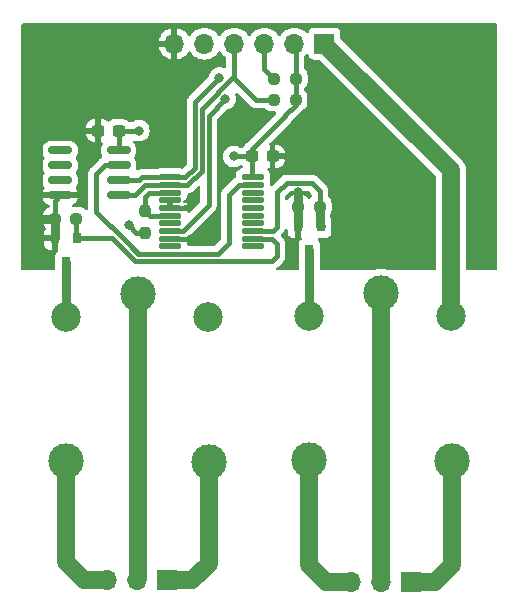
<source format=gtl>
G04 #@! TF.GenerationSoftware,KiCad,Pcbnew,7.0.11-2.fc39*
G04 #@! TF.CreationDate,2024-06-02T00:51:05+02:00*
G04 #@! TF.ProjectId,two_relays_extension,74776f5f-7265-46c6-9179-735f65787465,rev?*
G04 #@! TF.SameCoordinates,Original*
G04 #@! TF.FileFunction,Copper,L1,Top*
G04 #@! TF.FilePolarity,Positive*
%FSLAX46Y46*%
G04 Gerber Fmt 4.6, Leading zero omitted, Abs format (unit mm)*
G04 Created by KiCad (PCBNEW 7.0.11-2.fc39) date 2024-06-02 00:51:05*
%MOMM*%
%LPD*%
G01*
G04 APERTURE LIST*
G04 Aperture macros list*
%AMRoundRect*
0 Rectangle with rounded corners*
0 $1 Rounding radius*
0 $2 $3 $4 $5 $6 $7 $8 $9 X,Y pos of 4 corners*
0 Add a 4 corners polygon primitive as box body*
4,1,4,$2,$3,$4,$5,$6,$7,$8,$9,$2,$3,0*
0 Add four circle primitives for the rounded corners*
1,1,$1+$1,$2,$3*
1,1,$1+$1,$4,$5*
1,1,$1+$1,$6,$7*
1,1,$1+$1,$8,$9*
0 Add four rect primitives between the rounded corners*
20,1,$1+$1,$2,$3,$4,$5,0*
20,1,$1+$1,$4,$5,$6,$7,0*
20,1,$1+$1,$6,$7,$8,$9,0*
20,1,$1+$1,$8,$9,$2,$3,0*%
G04 Aperture macros list end*
G04 #@! TA.AperFunction,ComponentPad*
%ADD10R,1.700000X1.700000*%
G04 #@! TD*
G04 #@! TA.AperFunction,ComponentPad*
%ADD11O,1.700000X1.700000*%
G04 #@! TD*
G04 #@! TA.AperFunction,SMDPad,CuDef*
%ADD12R,0.800000X0.900000*%
G04 #@! TD*
G04 #@! TA.AperFunction,ComponentPad*
%ADD13C,3.000000*%
G04 #@! TD*
G04 #@! TA.AperFunction,ComponentPad*
%ADD14C,2.500000*%
G04 #@! TD*
G04 #@! TA.AperFunction,SMDPad,CuDef*
%ADD15RoundRect,0.237500X0.300000X0.237500X-0.300000X0.237500X-0.300000X-0.237500X0.300000X-0.237500X0*%
G04 #@! TD*
G04 #@! TA.AperFunction,SMDPad,CuDef*
%ADD16RoundRect,0.237500X0.250000X0.237500X-0.250000X0.237500X-0.250000X-0.237500X0.250000X-0.237500X0*%
G04 #@! TD*
G04 #@! TA.AperFunction,SMDPad,CuDef*
%ADD17RoundRect,0.237500X-0.237500X0.250000X-0.237500X-0.250000X0.237500X-0.250000X0.237500X0.250000X0*%
G04 #@! TD*
G04 #@! TA.AperFunction,SMDPad,CuDef*
%ADD18RoundRect,0.125000X-0.825000X-0.125000X0.825000X-0.125000X0.825000X0.125000X-0.825000X0.125000X0*%
G04 #@! TD*
G04 #@! TA.AperFunction,SMDPad,CuDef*
%ADD19RoundRect,0.237500X-0.300000X-0.237500X0.300000X-0.237500X0.300000X0.237500X-0.300000X0.237500X0*%
G04 #@! TD*
G04 #@! TA.AperFunction,SMDPad,CuDef*
%ADD20RoundRect,0.150000X-0.825000X-0.150000X0.825000X-0.150000X0.825000X0.150000X-0.825000X0.150000X0*%
G04 #@! TD*
G04 #@! TA.AperFunction,ViaPad*
%ADD21C,0.600000*%
G04 #@! TD*
G04 #@! TA.AperFunction,ViaPad*
%ADD22C,0.800000*%
G04 #@! TD*
G04 #@! TA.AperFunction,Conductor*
%ADD23C,1.524000*%
G04 #@! TD*
G04 #@! TA.AperFunction,Conductor*
%ADD24C,0.381000*%
G04 #@! TD*
G04 #@! TA.AperFunction,Conductor*
%ADD25C,0.762000*%
G04 #@! TD*
G04 APERTURE END LIST*
D10*
X152908000Y-59994800D03*
D11*
X150368000Y-59994800D03*
X147828000Y-59994800D03*
X145288000Y-59994800D03*
X142748000Y-59994800D03*
X140208000Y-59994800D03*
D10*
X160259000Y-105537000D03*
D11*
X157719000Y-105537000D03*
X155179000Y-105537000D03*
D12*
X152588000Y-75470000D03*
X150688000Y-75470000D03*
X151638000Y-77470000D03*
D13*
X137114000Y-81177000D03*
D14*
X131064000Y-83127000D03*
D13*
X131064000Y-95327000D03*
X143114000Y-95377000D03*
D14*
X143064000Y-83127000D03*
D15*
X135481400Y-67360800D03*
X133756400Y-67360800D03*
D16*
X152527000Y-73787000D03*
X150702000Y-73787000D03*
D17*
X137703800Y-74169900D03*
X137703800Y-75994900D03*
D12*
X131963200Y-76486000D03*
X130063200Y-76486000D03*
X131013200Y-78486000D03*
D16*
X150469600Y-64744600D03*
X148644600Y-64744600D03*
X131902200Y-74803000D03*
X130077200Y-74803000D03*
D10*
X139573000Y-105410000D03*
D11*
X137033000Y-105410000D03*
X134493000Y-105410000D03*
D18*
X139862800Y-71315200D03*
X139862800Y-71965200D03*
X139862800Y-72615200D03*
X139862800Y-73265200D03*
X139862800Y-73915200D03*
X139862800Y-74565200D03*
X139862800Y-75215200D03*
X139862800Y-75865200D03*
X139862800Y-76515200D03*
X139862800Y-77165200D03*
X146862800Y-77165200D03*
X146862800Y-76515200D03*
X146862800Y-75865200D03*
X146862800Y-75215200D03*
X146862800Y-74565200D03*
X146862800Y-73915200D03*
X146862800Y-73265200D03*
X146862800Y-72615200D03*
X146862800Y-71965200D03*
X146862800Y-71315200D03*
D19*
X146788800Y-69545200D03*
X148513800Y-69545200D03*
D20*
X130533600Y-69037200D03*
X130533600Y-70307200D03*
X130533600Y-71577200D03*
X130533600Y-72847200D03*
X135483600Y-72847200D03*
X135483600Y-71577200D03*
X135483600Y-70307200D03*
X135483600Y-69037200D03*
D16*
X150495000Y-62966600D03*
X148670000Y-62966600D03*
D13*
X157688000Y-81100000D03*
D14*
X151638000Y-83050000D03*
D13*
X151638000Y-95250000D03*
X163688000Y-95300000D03*
D14*
X163638000Y-83050000D03*
D21*
X127863600Y-76758800D03*
X127863600Y-70713600D03*
X153873200Y-76758800D03*
X153873200Y-70764400D03*
X160528000Y-76758800D03*
X160528000Y-70764400D03*
X166878000Y-76758800D03*
X166878000Y-70815200D03*
X166878000Y-64770000D03*
X160528000Y-64770000D03*
X153873200Y-64770000D03*
X140868400Y-64770000D03*
X134366000Y-64770000D03*
X127863600Y-64770000D03*
X134366000Y-58775600D03*
D22*
X128524000Y-74828400D03*
X149809200Y-69596000D03*
D21*
X166878000Y-58775600D03*
D22*
X141579600Y-76504800D03*
D21*
X127863600Y-58775600D03*
D22*
X141986000Y-73253600D03*
D21*
X160528000Y-58775600D03*
D22*
X150672800Y-72593200D03*
X144018000Y-62890400D03*
X144526000Y-64668400D03*
X136347200Y-75387200D03*
X145237200Y-69545200D03*
X137210800Y-67360800D03*
D23*
X152908000Y-59994800D02*
X163638000Y-70724800D01*
X163638000Y-70724800D02*
X163638000Y-83050000D01*
D24*
X139862800Y-71315200D02*
X141130400Y-71315200D01*
X141130400Y-71315200D02*
X141935200Y-70510400D01*
X141935200Y-70510400D02*
X141935200Y-64973200D01*
X141935200Y-64973200D02*
X144018000Y-62890400D01*
X139862800Y-71965200D02*
X141302058Y-71965200D01*
X141302058Y-71965200D02*
X142516200Y-70751058D01*
X142516200Y-70751058D02*
X142516200Y-65509800D01*
X142516200Y-65509800D02*
X145288000Y-62738000D01*
X150469600Y-64744600D02*
X150469600Y-65176400D01*
X150469600Y-65176400D02*
X149582800Y-66063200D01*
X149582800Y-66063200D02*
X149582800Y-66090800D01*
X149582800Y-66090800D02*
X146788800Y-68884800D01*
X146788800Y-68884800D02*
X146788800Y-69545200D01*
X148518400Y-75865200D02*
X148894800Y-75488800D01*
X151841200Y-71780400D02*
X152527000Y-72466200D01*
X148894800Y-72593200D02*
X149707600Y-71780400D01*
D25*
X152527000Y-73787000D02*
X152527000Y-75409000D01*
D24*
X152527000Y-72466200D02*
X152527000Y-73787000D01*
X146862800Y-75865200D02*
X148518400Y-75865200D01*
D25*
X152527000Y-75409000D02*
X152588000Y-75470000D01*
D24*
X149707600Y-71780400D02*
X151841200Y-71780400D01*
X148894800Y-75488800D02*
X148894800Y-72593200D01*
D25*
X130077200Y-74803000D02*
X128549400Y-74803000D01*
D24*
X141569200Y-76515200D02*
X141579600Y-76504800D01*
D25*
X130077200Y-74803000D02*
X130077200Y-76472000D01*
X150702000Y-72622400D02*
X150672800Y-72593200D01*
D24*
X148513800Y-69545200D02*
X149758400Y-69545200D01*
X139862800Y-76515200D02*
X141569200Y-76515200D01*
X149758400Y-69545200D02*
X149809200Y-69596000D01*
D25*
X150702000Y-75456000D02*
X150688000Y-75470000D01*
D24*
X130077200Y-74803000D02*
X130077200Y-73303600D01*
D25*
X130077200Y-76472000D02*
X130063200Y-76486000D01*
D24*
X139862800Y-73915200D02*
X141324400Y-73915200D01*
D25*
X150702000Y-73787000D02*
X150702000Y-75456000D01*
X150702000Y-73787000D02*
X150702000Y-72622400D01*
D24*
X128549400Y-74803000D02*
X128524000Y-74828400D01*
X130077200Y-73303600D02*
X130533600Y-72847200D01*
X141324400Y-73915200D02*
X141986000Y-73253600D01*
D25*
X151678000Y-83010000D02*
X151638000Y-83050000D01*
X151638000Y-77470000D02*
X151638000Y-83050000D01*
D24*
X148448000Y-76515200D02*
X146862800Y-76515200D01*
X138430000Y-78406600D02*
X148466200Y-78406600D01*
X138417500Y-78419100D02*
X138430000Y-78406600D01*
X148466200Y-78406600D02*
X148894800Y-77978000D01*
X148894800Y-76962000D02*
X148448000Y-76515200D01*
X134943600Y-76486000D02*
X136876700Y-78419100D01*
X131902200Y-74803000D02*
X131902200Y-76425000D01*
X136876700Y-78419100D02*
X138417500Y-78419100D01*
X131963200Y-76486000D02*
X134943600Y-76486000D01*
X131902200Y-76425000D02*
X131963200Y-76486000D01*
X148894800Y-77978000D02*
X148894800Y-76962000D01*
D25*
X131013200Y-78486000D02*
X131013200Y-83076200D01*
X131013200Y-83076200D02*
X131064000Y-83127000D01*
D24*
X137202800Y-71577200D02*
X137464800Y-71315200D01*
X137464800Y-71315200D02*
X139862800Y-71315200D01*
X135483600Y-71577200D02*
X137202800Y-71577200D01*
X147828000Y-62124600D02*
X148670000Y-62966600D01*
X147828000Y-60172600D02*
X147828000Y-62124600D01*
X136855200Y-72847200D02*
X135483600Y-72847200D01*
X148644600Y-64744600D02*
X147091400Y-64744600D01*
X139862800Y-71965200D02*
X137737200Y-71965200D01*
X145288000Y-60172600D02*
X145288000Y-62941200D01*
X137737200Y-71965200D02*
X136855200Y-72847200D01*
X147091400Y-64744600D02*
X145288000Y-62941200D01*
X137703800Y-72974200D02*
X137703800Y-74102200D01*
X138062800Y-72615200D02*
X139862800Y-72615200D01*
X138166800Y-74565200D02*
X139862800Y-74565200D01*
X137703800Y-74102200D02*
X138166800Y-74565200D01*
X137703800Y-72974200D02*
X138062800Y-72615200D01*
X143097200Y-73663290D02*
X143097200Y-69392800D01*
X140895290Y-75865200D02*
X143097200Y-73663290D01*
X139862800Y-75865200D02*
X140895290Y-75865200D01*
X143097200Y-66097200D02*
X144526000Y-64668400D01*
X143097200Y-69392800D02*
X143097200Y-66097200D01*
X136067800Y-76733400D02*
X133604000Y-74269600D01*
X137160000Y-77825600D02*
X136067800Y-76733400D01*
X137172500Y-77838100D02*
X136067800Y-76733400D01*
X133604000Y-71018400D02*
X134315200Y-70307200D01*
X144830800Y-76911200D02*
X143916400Y-77825600D01*
X144830800Y-72796400D02*
X144830800Y-76911200D01*
X143916400Y-77825600D02*
X137160000Y-77825600D01*
X134315200Y-70307200D02*
X135483600Y-70307200D01*
X133604000Y-74269600D02*
X133604000Y-71018400D01*
X145662000Y-71965200D02*
X144830800Y-72796400D01*
X146862800Y-71965200D02*
X145662000Y-71965200D01*
X150495000Y-62966600D02*
X150495000Y-60299600D01*
X150469600Y-64744600D02*
X150469600Y-62992000D01*
X135481400Y-67360800D02*
X137210800Y-67360800D01*
X135481400Y-67360800D02*
X135481400Y-69035000D01*
X136954900Y-75994900D02*
X136347200Y-75387200D01*
X146788800Y-71241200D02*
X146862800Y-71315200D01*
X146788800Y-69545200D02*
X145237200Y-69545200D01*
X137703800Y-75994900D02*
X136954900Y-75994900D01*
X150495000Y-60299600D02*
X150368000Y-60172600D01*
X150469600Y-62992000D02*
X150495000Y-62966600D01*
X146788800Y-69545200D02*
X146788800Y-71241200D01*
X135481400Y-69035000D02*
X135483600Y-69037200D01*
D23*
X137114000Y-81177000D02*
X137114000Y-105329000D01*
X137114000Y-105329000D02*
X137033000Y-105410000D01*
X134493000Y-105410000D02*
X132588000Y-105410000D01*
X132588000Y-105410000D02*
X131064000Y-103886000D01*
X131064000Y-103886000D02*
X131064000Y-95327000D01*
X143114000Y-104028000D02*
X141732000Y-105410000D01*
X143114000Y-95377000D02*
X143114000Y-104028000D01*
X141732000Y-105410000D02*
X139573000Y-105410000D01*
X157719000Y-81131000D02*
X157688000Y-81100000D01*
X157719000Y-105537000D02*
X157719000Y-81131000D01*
X153035000Y-105537000D02*
X151638000Y-104140000D01*
X151638000Y-104140000D02*
X151638000Y-95250000D01*
X155179000Y-105537000D02*
X153035000Y-105537000D01*
X162306000Y-105537000D02*
X163688000Y-104155000D01*
X160259000Y-105537000D02*
X162306000Y-105537000D01*
X163688000Y-104155000D02*
X163688000Y-95300000D01*
G04 #@! TA.AperFunction,Conductor*
G36*
X167463539Y-58305185D02*
G01*
X167509294Y-58357989D01*
X167520500Y-58409500D01*
X167520500Y-79073200D01*
X167500815Y-79140239D01*
X167448011Y-79185994D01*
X167396500Y-79197200D01*
X165024500Y-79197200D01*
X164957461Y-79177515D01*
X164911706Y-79124711D01*
X164900500Y-79073200D01*
X164900500Y-70802663D01*
X164901280Y-70788778D01*
X164905284Y-70753243D01*
X164902880Y-70717593D01*
X164900781Y-70686454D01*
X164900500Y-70678112D01*
X164900500Y-70668106D01*
X164900500Y-70668101D01*
X164896810Y-70627104D01*
X164896593Y-70624342D01*
X164889997Y-70526504D01*
X164888895Y-70522130D01*
X164885635Y-70502940D01*
X164885607Y-70502630D01*
X164885232Y-70498461D01*
X164859147Y-70403946D01*
X164858445Y-70401287D01*
X164834470Y-70306137D01*
X164832601Y-70302023D01*
X164825972Y-70283737D01*
X164824774Y-70279396D01*
X164813956Y-70256933D01*
X164782226Y-70191043D01*
X164781047Y-70188523D01*
X164740488Y-70099230D01*
X164740486Y-70099226D01*
X164737919Y-70095521D01*
X164728130Y-70078714D01*
X164726172Y-70074647D01*
X164668488Y-69995253D01*
X164666947Y-69993080D01*
X164611069Y-69912424D01*
X164607883Y-69909238D01*
X164595243Y-69894438D01*
X164592599Y-69890798D01*
X164592596Y-69890795D01*
X164521663Y-69822976D01*
X164519719Y-69821074D01*
X154294818Y-59596173D01*
X154261333Y-59534850D01*
X154258499Y-59508492D01*
X154258499Y-59096929D01*
X154258498Y-59096923D01*
X154252091Y-59037316D01*
X154201797Y-58902471D01*
X154201793Y-58902464D01*
X154115547Y-58787255D01*
X154115544Y-58787252D01*
X154000335Y-58701006D01*
X154000328Y-58701002D01*
X153865482Y-58650708D01*
X153865483Y-58650708D01*
X153805883Y-58644301D01*
X153805881Y-58644300D01*
X153805873Y-58644300D01*
X153805864Y-58644300D01*
X152010129Y-58644300D01*
X152010123Y-58644301D01*
X151950516Y-58650708D01*
X151815671Y-58701002D01*
X151815664Y-58701006D01*
X151700455Y-58787252D01*
X151700452Y-58787255D01*
X151614206Y-58902464D01*
X151614203Y-58902469D01*
X151565189Y-59033883D01*
X151523317Y-59089816D01*
X151457853Y-59114233D01*
X151389580Y-59099381D01*
X151361326Y-59078230D01*
X151239402Y-58956306D01*
X151239395Y-58956301D01*
X151045834Y-58820767D01*
X151045830Y-58820765D01*
X151045828Y-58820764D01*
X150831663Y-58720897D01*
X150831659Y-58720896D01*
X150831655Y-58720894D01*
X150603413Y-58659738D01*
X150603403Y-58659736D01*
X150368001Y-58639141D01*
X150367999Y-58639141D01*
X150132596Y-58659736D01*
X150132586Y-58659738D01*
X149904344Y-58720894D01*
X149904335Y-58720898D01*
X149690171Y-58820764D01*
X149690169Y-58820765D01*
X149496597Y-58956305D01*
X149329505Y-59123397D01*
X149199575Y-59308958D01*
X149144998Y-59352583D01*
X149075500Y-59359777D01*
X149013145Y-59328254D01*
X148996425Y-59308958D01*
X148866494Y-59123397D01*
X148699402Y-58956306D01*
X148699395Y-58956301D01*
X148505834Y-58820767D01*
X148505830Y-58820765D01*
X148505828Y-58820764D01*
X148291663Y-58720897D01*
X148291659Y-58720896D01*
X148291655Y-58720894D01*
X148063413Y-58659738D01*
X148063403Y-58659736D01*
X147828001Y-58639141D01*
X147827999Y-58639141D01*
X147592596Y-58659736D01*
X147592586Y-58659738D01*
X147364344Y-58720894D01*
X147364335Y-58720898D01*
X147150171Y-58820764D01*
X147150169Y-58820765D01*
X146956597Y-58956305D01*
X146789505Y-59123397D01*
X146659575Y-59308958D01*
X146604998Y-59352583D01*
X146535500Y-59359777D01*
X146473145Y-59328254D01*
X146456425Y-59308958D01*
X146326494Y-59123397D01*
X146159402Y-58956306D01*
X146159395Y-58956301D01*
X145965834Y-58820767D01*
X145965830Y-58820765D01*
X145965828Y-58820764D01*
X145751663Y-58720897D01*
X145751659Y-58720896D01*
X145751655Y-58720894D01*
X145523413Y-58659738D01*
X145523403Y-58659736D01*
X145288001Y-58639141D01*
X145287999Y-58639141D01*
X145052596Y-58659736D01*
X145052586Y-58659738D01*
X144824344Y-58720894D01*
X144824335Y-58720898D01*
X144610171Y-58820764D01*
X144610169Y-58820765D01*
X144416597Y-58956305D01*
X144249505Y-59123397D01*
X144119575Y-59308958D01*
X144064998Y-59352583D01*
X143995500Y-59359777D01*
X143933145Y-59328254D01*
X143916425Y-59308958D01*
X143786494Y-59123397D01*
X143619402Y-58956306D01*
X143619395Y-58956301D01*
X143425834Y-58820767D01*
X143425830Y-58820765D01*
X143425828Y-58820764D01*
X143211663Y-58720897D01*
X143211659Y-58720896D01*
X143211655Y-58720894D01*
X142983413Y-58659738D01*
X142983403Y-58659736D01*
X142748001Y-58639141D01*
X142747999Y-58639141D01*
X142512596Y-58659736D01*
X142512586Y-58659738D01*
X142284344Y-58720894D01*
X142284335Y-58720898D01*
X142070171Y-58820764D01*
X142070169Y-58820765D01*
X141876597Y-58956305D01*
X141709508Y-59123394D01*
X141579269Y-59309395D01*
X141524692Y-59353019D01*
X141455193Y-59360212D01*
X141392839Y-59328690D01*
X141376119Y-59309394D01*
X141246113Y-59123726D01*
X141246108Y-59123720D01*
X141079082Y-58956694D01*
X140885578Y-58821199D01*
X140671492Y-58721370D01*
X140671486Y-58721367D01*
X140458000Y-58664164D01*
X140458000Y-59559298D01*
X140350315Y-59510120D01*
X140243763Y-59494800D01*
X140172237Y-59494800D01*
X140065685Y-59510120D01*
X139958000Y-59559298D01*
X139958000Y-58664164D01*
X139957999Y-58664164D01*
X139744513Y-58721367D01*
X139744507Y-58721370D01*
X139530422Y-58821199D01*
X139530420Y-58821200D01*
X139336926Y-58956686D01*
X139336920Y-58956691D01*
X139169891Y-59123720D01*
X139169886Y-59123726D01*
X139034400Y-59317220D01*
X139034399Y-59317222D01*
X138934570Y-59531307D01*
X138934567Y-59531313D01*
X138877364Y-59744799D01*
X138877364Y-59744800D01*
X139774314Y-59744800D01*
X139748507Y-59784956D01*
X139708000Y-59922911D01*
X139708000Y-60066689D01*
X139748507Y-60204644D01*
X139774314Y-60244800D01*
X138877364Y-60244800D01*
X138934567Y-60458286D01*
X138934570Y-60458292D01*
X139034399Y-60672378D01*
X139169894Y-60865882D01*
X139336917Y-61032905D01*
X139530421Y-61168400D01*
X139744507Y-61268229D01*
X139744516Y-61268233D01*
X139958000Y-61325434D01*
X139958000Y-60430301D01*
X140065685Y-60479480D01*
X140172237Y-60494800D01*
X140243763Y-60494800D01*
X140350315Y-60479480D01*
X140458000Y-60430301D01*
X140458000Y-61325433D01*
X140671483Y-61268233D01*
X140671492Y-61268229D01*
X140885578Y-61168400D01*
X141079082Y-61032905D01*
X141246105Y-60865882D01*
X141376119Y-60680205D01*
X141430696Y-60636581D01*
X141500195Y-60629388D01*
X141562549Y-60660910D01*
X141579269Y-60680205D01*
X141709505Y-60866201D01*
X141876599Y-61033295D01*
X141973384Y-61101065D01*
X142070165Y-61168832D01*
X142070167Y-61168833D01*
X142070170Y-61168835D01*
X142284337Y-61268703D01*
X142512592Y-61329863D01*
X142689034Y-61345300D01*
X142747999Y-61350459D01*
X142748000Y-61350459D01*
X142748001Y-61350459D01*
X142806966Y-61345300D01*
X142983408Y-61329863D01*
X143211663Y-61268703D01*
X143425830Y-61168835D01*
X143619401Y-61033295D01*
X143786495Y-60866201D01*
X143916425Y-60680642D01*
X143971002Y-60637017D01*
X144040500Y-60629823D01*
X144102855Y-60661346D01*
X144119575Y-60680642D01*
X144249501Y-60866196D01*
X144249506Y-60866202D01*
X144416597Y-61033293D01*
X144416603Y-61033298D01*
X144544123Y-61122588D01*
X144587748Y-61177165D01*
X144597000Y-61224163D01*
X144597000Y-61971524D01*
X144577315Y-62038563D01*
X144524511Y-62084318D01*
X144455353Y-62094262D01*
X144422564Y-62084803D01*
X144297807Y-62029257D01*
X144297802Y-62029255D01*
X144152001Y-61998265D01*
X144112646Y-61989900D01*
X143923354Y-61989900D01*
X143890897Y-61996798D01*
X143738197Y-62029255D01*
X143738192Y-62029257D01*
X143565270Y-62106248D01*
X143565265Y-62106251D01*
X143412129Y-62217511D01*
X143285466Y-62358185D01*
X143190821Y-62522115D01*
X143190818Y-62522122D01*
X143135850Y-62691297D01*
X143132326Y-62702144D01*
X143125558Y-62766540D01*
X143098973Y-62831154D01*
X143089918Y-62841258D01*
X141464004Y-64467172D01*
X141458552Y-64472304D01*
X141414186Y-64511610D01*
X141414176Y-64511621D01*
X141380498Y-64560412D01*
X141376061Y-64566443D01*
X141339512Y-64613094D01*
X141339511Y-64613096D01*
X141335471Y-64622073D01*
X141324453Y-64641608D01*
X141318855Y-64649719D01*
X141297832Y-64705149D01*
X141294968Y-64712065D01*
X141270642Y-64766116D01*
X141268866Y-64775806D01*
X141262845Y-64797403D01*
X141259352Y-64806614D01*
X141259352Y-64806615D01*
X141252206Y-64865465D01*
X141251079Y-64872867D01*
X141240395Y-64931169D01*
X141240395Y-64931172D01*
X141243974Y-64990337D01*
X141244200Y-64997824D01*
X141244200Y-70172815D01*
X141224515Y-70239854D01*
X141207881Y-70260496D01*
X140926973Y-70541403D01*
X140865650Y-70574888D01*
X140804701Y-70572799D01*
X140786436Y-70567493D01*
X140786430Y-70567491D01*
X140786427Y-70567491D01*
X140786424Y-70567490D01*
X140786420Y-70567490D01*
X140750963Y-70564700D01*
X138974649Y-70564700D01*
X138974624Y-70564701D01*
X138939172Y-70567491D01*
X138787411Y-70611581D01*
X138781820Y-70614001D01*
X138732573Y-70624200D01*
X137489426Y-70624200D01*
X137481939Y-70623974D01*
X137422774Y-70620395D01*
X137422769Y-70620395D01*
X137364467Y-70631079D01*
X137357065Y-70632206D01*
X137298215Y-70639352D01*
X137298214Y-70639352D01*
X137289003Y-70642845D01*
X137267406Y-70648866D01*
X137257716Y-70650642D01*
X137220763Y-70667273D01*
X137203658Y-70674970D01*
X137196749Y-70677832D01*
X137141317Y-70698855D01*
X137134679Y-70702340D01*
X137133362Y-70699831D01*
X137079491Y-70717557D01*
X137011851Y-70700047D01*
X136964416Y-70648747D01*
X136952246Y-70579946D01*
X136955440Y-70563918D01*
X136956198Y-70559767D01*
X136956431Y-70556810D01*
X136959100Y-70522894D01*
X136959100Y-70091506D01*
X136956198Y-70054631D01*
X136938301Y-69993031D01*
X136915191Y-69913484D01*
X136910344Y-69896802D01*
X136826681Y-69755335D01*
X136826678Y-69755332D01*
X136821898Y-69749169D01*
X136824350Y-69747266D01*
X136797755Y-69698621D01*
X136802704Y-69628926D01*
X136823540Y-69596504D01*
X136821898Y-69595231D01*
X136826675Y-69589070D01*
X136826681Y-69589065D01*
X136910344Y-69447598D01*
X136956198Y-69289769D01*
X136959100Y-69252894D01*
X136959100Y-68821506D01*
X136956198Y-68784631D01*
X136949347Y-68761051D01*
X136910345Y-68626806D01*
X136910344Y-68626803D01*
X136910344Y-68626802D01*
X136826681Y-68485335D01*
X136826679Y-68485333D01*
X136826676Y-68485329D01*
X136741275Y-68399928D01*
X136707790Y-68338605D01*
X136712774Y-68268913D01*
X136754646Y-68212980D01*
X136820110Y-68188563D01*
X136879392Y-68198968D01*
X136909487Y-68212367D01*
X136930997Y-68221944D01*
X137116154Y-68261300D01*
X137116155Y-68261300D01*
X137305444Y-68261300D01*
X137305446Y-68261300D01*
X137490603Y-68221944D01*
X137663530Y-68144951D01*
X137816671Y-68033688D01*
X137943333Y-67893016D01*
X138037979Y-67729084D01*
X138096474Y-67549056D01*
X138116260Y-67360800D01*
X138096474Y-67172544D01*
X138037979Y-66992516D01*
X137943333Y-66828584D01*
X137816671Y-66687912D01*
X137791464Y-66669598D01*
X137663534Y-66576651D01*
X137663529Y-66576648D01*
X137490607Y-66499657D01*
X137490602Y-66499655D01*
X137344801Y-66468665D01*
X137305446Y-66460300D01*
X137116154Y-66460300D01*
X137083697Y-66467198D01*
X136930997Y-66499655D01*
X136930992Y-66499657D01*
X136758070Y-66576648D01*
X136758065Y-66576651D01*
X136662453Y-66646118D01*
X136596647Y-66669598D01*
X136589568Y-66669800D01*
X136422952Y-66669800D01*
X136355913Y-66650115D01*
X136335271Y-66633481D01*
X136242251Y-66540461D01*
X136242250Y-66540460D01*
X136097060Y-66450906D01*
X136095418Y-66449893D01*
X136095413Y-66449891D01*
X136049823Y-66434784D01*
X135931653Y-66395626D01*
X135931651Y-66395625D01*
X135830578Y-66385300D01*
X135132230Y-66385300D01*
X135132212Y-66385301D01*
X135031147Y-66395625D01*
X134867384Y-66449892D01*
X134867381Y-66449893D01*
X134720548Y-66540461D01*
X134706225Y-66554784D01*
X134644901Y-66588268D01*
X134575209Y-66583282D01*
X134530865Y-66554782D01*
X134516938Y-66540855D01*
X134516934Y-66540852D01*
X134370211Y-66450351D01*
X134370200Y-66450346D01*
X134206552Y-66396119D01*
X134105554Y-66385800D01*
X134006400Y-66385800D01*
X134006400Y-68335799D01*
X134011559Y-68335799D01*
X134078598Y-68355484D01*
X134124353Y-68408288D01*
X134134297Y-68477446D01*
X134118291Y-68522920D01*
X134056855Y-68626803D01*
X134056854Y-68626806D01*
X134011002Y-68784626D01*
X134011001Y-68784632D01*
X134008100Y-68821498D01*
X134008100Y-69252901D01*
X134011001Y-69289767D01*
X134011002Y-69289773D01*
X134056854Y-69447593D01*
X134056854Y-69447594D01*
X134087430Y-69499296D01*
X134104611Y-69567020D01*
X134082451Y-69633282D01*
X134027985Y-69677045D01*
X134024672Y-69678356D01*
X133991720Y-69690854D01*
X133983608Y-69696453D01*
X133964073Y-69707471D01*
X133955096Y-69711511D01*
X133955095Y-69711512D01*
X133908437Y-69748065D01*
X133902408Y-69752501D01*
X133853618Y-69786179D01*
X133853610Y-69786186D01*
X133814297Y-69830560D01*
X133809165Y-69836012D01*
X133132804Y-70512372D01*
X133127352Y-70517504D01*
X133082986Y-70556810D01*
X133082976Y-70556821D01*
X133049298Y-70605612D01*
X133044861Y-70611643D01*
X133008312Y-70658294D01*
X133008311Y-70658296D01*
X133004271Y-70667273D01*
X132993253Y-70686808D01*
X132987655Y-70694919D01*
X132966632Y-70750349D01*
X132963768Y-70757265D01*
X132939442Y-70811316D01*
X132937666Y-70821006D01*
X132931645Y-70842603D01*
X132928152Y-70851814D01*
X132928152Y-70851815D01*
X132921006Y-70910665D01*
X132919879Y-70918067D01*
X132909195Y-70976369D01*
X132909195Y-70976372D01*
X132912774Y-71035537D01*
X132913000Y-71043024D01*
X132913000Y-73983248D01*
X132893315Y-74050287D01*
X132840511Y-74096042D01*
X132771353Y-74105986D01*
X132707797Y-74076961D01*
X132701319Y-74070929D01*
X132613051Y-73982661D01*
X132613050Y-73982660D01*
X132472442Y-73895932D01*
X132466218Y-73892093D01*
X132466213Y-73892091D01*
X132456601Y-73888906D01*
X132302453Y-73837826D01*
X132302451Y-73837825D01*
X132201384Y-73827500D01*
X131684815Y-73827500D01*
X131617776Y-73807815D01*
X131572021Y-73755011D01*
X131562077Y-73685853D01*
X131591102Y-73622297D01*
X131621695Y-73596768D01*
X131760150Y-73514887D01*
X131760161Y-73514878D01*
X131876278Y-73398761D01*
X131876285Y-73398752D01*
X131959881Y-73257398D01*
X132005700Y-73099686D01*
X132005895Y-73097201D01*
X132005895Y-73097200D01*
X129061305Y-73097200D01*
X129061304Y-73097201D01*
X129061499Y-73099686D01*
X129107318Y-73257398D01*
X129190914Y-73398752D01*
X129190921Y-73398761D01*
X129307038Y-73514878D01*
X129307047Y-73514885D01*
X129448402Y-73598481D01*
X129572794Y-73634620D01*
X129631680Y-73672226D01*
X129660887Y-73735699D01*
X129651141Y-73804885D01*
X129605538Y-73857820D01*
X129577205Y-73871403D01*
X129513397Y-73892547D01*
X129513388Y-73892551D01*
X129366665Y-73983052D01*
X129366661Y-73983055D01*
X129244755Y-74104961D01*
X129244752Y-74104965D01*
X129154251Y-74251688D01*
X129154246Y-74251699D01*
X129100019Y-74415347D01*
X129089700Y-74516345D01*
X129089700Y-74553000D01*
X130203200Y-74553000D01*
X130270239Y-74572685D01*
X130315994Y-74625489D01*
X130327200Y-74677000D01*
X130327200Y-75755638D01*
X130313200Y-75803316D01*
X130313200Y-77436000D01*
X130326030Y-77448830D01*
X130359515Y-77510153D01*
X130354531Y-77579845D01*
X130312662Y-77635776D01*
X130255654Y-77678453D01*
X130255652Y-77678455D01*
X130169406Y-77793664D01*
X130169402Y-77793671D01*
X130119108Y-77928517D01*
X130112701Y-77988116D01*
X130112701Y-77988123D01*
X130112700Y-77988135D01*
X130112700Y-78983870D01*
X130112701Y-78983876D01*
X130119109Y-79043484D01*
X130119392Y-79044682D01*
X130119340Y-79045639D01*
X130119938Y-79051196D01*
X130119037Y-79051292D01*
X130115653Y-79114452D01*
X130074787Y-79171124D01*
X130009769Y-79196706D01*
X129998716Y-79197200D01*
X127370500Y-79197200D01*
X127303461Y-79177515D01*
X127257706Y-79124711D01*
X127246500Y-79073200D01*
X127246500Y-76736000D01*
X129163200Y-76736000D01*
X129163200Y-76983844D01*
X129169601Y-77043372D01*
X129169603Y-77043379D01*
X129219845Y-77178086D01*
X129219849Y-77178093D01*
X129306009Y-77293187D01*
X129306012Y-77293190D01*
X129421106Y-77379350D01*
X129421113Y-77379354D01*
X129555820Y-77429596D01*
X129555827Y-77429598D01*
X129615355Y-77435999D01*
X129615372Y-77436000D01*
X129813200Y-77436000D01*
X129813200Y-76736000D01*
X129163200Y-76736000D01*
X127246500Y-76736000D01*
X127246500Y-75053000D01*
X129089701Y-75053000D01*
X129089701Y-75089654D01*
X129100019Y-75190652D01*
X129154246Y-75354300D01*
X129154251Y-75354311D01*
X129244752Y-75501034D01*
X129244755Y-75501038D01*
X129279916Y-75536199D01*
X129313401Y-75597522D01*
X129308417Y-75667214D01*
X129291502Y-75698190D01*
X129219849Y-75793907D01*
X129219845Y-75793913D01*
X129169603Y-75928620D01*
X129169601Y-75928627D01*
X129163200Y-75988155D01*
X129163200Y-76236000D01*
X129813200Y-76236000D01*
X129813200Y-75558362D01*
X129827200Y-75510683D01*
X129827200Y-75053000D01*
X129089701Y-75053000D01*
X127246500Y-75053000D01*
X127246500Y-71792901D01*
X129058100Y-71792901D01*
X129061001Y-71829767D01*
X129061002Y-71829773D01*
X129106854Y-71987593D01*
X129106855Y-71987596D01*
X129190517Y-72129062D01*
X129195302Y-72135231D01*
X129192969Y-72137040D01*
X129219810Y-72186195D01*
X129214826Y-72255887D01*
X129194070Y-72288221D01*
X129195697Y-72289483D01*
X129190913Y-72295649D01*
X129107318Y-72437001D01*
X129061499Y-72594713D01*
X129061304Y-72597198D01*
X129061305Y-72597200D01*
X132005895Y-72597200D01*
X132005895Y-72597198D01*
X132005700Y-72594713D01*
X131959881Y-72437001D01*
X131876285Y-72295647D01*
X131871500Y-72289478D01*
X131873966Y-72287564D01*
X131847402Y-72238976D01*
X131852349Y-72169282D01*
X131873456Y-72136432D01*
X131871901Y-72135226D01*
X131876677Y-72129068D01*
X131876681Y-72129065D01*
X131960344Y-71987598D01*
X132006198Y-71829769D01*
X132009100Y-71792894D01*
X132009100Y-71361506D01*
X132006198Y-71324631D01*
X132001718Y-71309212D01*
X131964373Y-71180671D01*
X131960344Y-71166802D01*
X131876681Y-71025335D01*
X131876678Y-71025332D01*
X131871898Y-71019169D01*
X131874350Y-71017266D01*
X131847755Y-70968621D01*
X131852704Y-70898926D01*
X131873540Y-70866504D01*
X131871898Y-70865231D01*
X131876675Y-70859070D01*
X131876681Y-70859065D01*
X131960344Y-70717598D01*
X132000336Y-70579946D01*
X132006197Y-70559773D01*
X132006198Y-70559767D01*
X132006431Y-70556810D01*
X132009100Y-70522894D01*
X132009100Y-70091506D01*
X132006198Y-70054631D01*
X131988301Y-69993031D01*
X131965191Y-69913484D01*
X131960344Y-69896802D01*
X131876681Y-69755335D01*
X131876678Y-69755332D01*
X131871898Y-69749169D01*
X131874350Y-69747266D01*
X131847755Y-69698621D01*
X131852704Y-69628926D01*
X131873540Y-69596504D01*
X131871898Y-69595231D01*
X131876675Y-69589070D01*
X131876681Y-69589065D01*
X131960344Y-69447598D01*
X132006198Y-69289769D01*
X132009100Y-69252894D01*
X132009100Y-68821506D01*
X132006198Y-68784631D01*
X131999347Y-68761051D01*
X131960345Y-68626806D01*
X131960344Y-68626803D01*
X131960344Y-68626802D01*
X131876681Y-68485335D01*
X131876679Y-68485333D01*
X131876676Y-68485329D01*
X131760470Y-68369123D01*
X131760462Y-68369117D01*
X131618996Y-68285455D01*
X131618993Y-68285454D01*
X131461173Y-68239602D01*
X131461167Y-68239601D01*
X131424301Y-68236700D01*
X131424294Y-68236700D01*
X129642906Y-68236700D01*
X129642898Y-68236700D01*
X129606032Y-68239601D01*
X129606026Y-68239602D01*
X129448206Y-68285454D01*
X129448203Y-68285455D01*
X129306737Y-68369117D01*
X129306729Y-68369123D01*
X129190523Y-68485329D01*
X129190517Y-68485337D01*
X129106855Y-68626803D01*
X129106854Y-68626806D01*
X129061002Y-68784626D01*
X129061001Y-68784632D01*
X129058100Y-68821498D01*
X129058100Y-69252901D01*
X129061001Y-69289767D01*
X129061002Y-69289773D01*
X129106854Y-69447593D01*
X129106855Y-69447596D01*
X129190517Y-69589062D01*
X129195302Y-69595231D01*
X129192856Y-69597127D01*
X129219457Y-69645842D01*
X129214473Y-69715534D01*
X129193669Y-69747903D01*
X129195302Y-69749169D01*
X129190517Y-69755337D01*
X129106855Y-69896803D01*
X129106854Y-69896806D01*
X129061002Y-70054626D01*
X129061001Y-70054632D01*
X129058100Y-70091498D01*
X129058100Y-70522901D01*
X129061001Y-70559767D01*
X129061002Y-70559773D01*
X129106854Y-70717593D01*
X129106855Y-70717596D01*
X129190517Y-70859062D01*
X129195302Y-70865231D01*
X129192856Y-70867127D01*
X129219457Y-70915842D01*
X129214473Y-70985534D01*
X129193669Y-71017903D01*
X129195302Y-71019169D01*
X129190517Y-71025337D01*
X129106855Y-71166803D01*
X129106854Y-71166806D01*
X129061002Y-71324626D01*
X129061001Y-71324632D01*
X129058100Y-71361498D01*
X129058100Y-71792901D01*
X127246500Y-71792901D01*
X127246500Y-67610800D01*
X132718901Y-67610800D01*
X132718901Y-67647454D01*
X132729219Y-67748452D01*
X132783446Y-67912100D01*
X132783451Y-67912111D01*
X132873952Y-68058834D01*
X132873955Y-68058838D01*
X132995861Y-68180744D01*
X132995865Y-68180747D01*
X133142588Y-68271248D01*
X133142599Y-68271253D01*
X133306247Y-68325480D01*
X133407251Y-68335799D01*
X133506400Y-68335798D01*
X133506400Y-67610800D01*
X132718901Y-67610800D01*
X127246500Y-67610800D01*
X127246500Y-67110800D01*
X132718900Y-67110800D01*
X133506400Y-67110800D01*
X133506400Y-66385799D01*
X133407260Y-66385800D01*
X133407244Y-66385801D01*
X133306247Y-66396119D01*
X133142599Y-66450346D01*
X133142588Y-66450351D01*
X132995865Y-66540852D01*
X132995861Y-66540855D01*
X132873955Y-66662761D01*
X132873952Y-66662765D01*
X132783451Y-66809488D01*
X132783446Y-66809499D01*
X132729219Y-66973147D01*
X132718900Y-67074145D01*
X132718900Y-67110800D01*
X127246500Y-67110800D01*
X127246500Y-58409500D01*
X127266185Y-58342461D01*
X127318989Y-58296706D01*
X127370500Y-58285500D01*
X167396500Y-58285500D01*
X167463539Y-58305185D01*
G37*
G04 #@! TD.AperFunction*
G04 #@! TA.AperFunction,Conductor*
G36*
X151570655Y-72491085D02*
G01*
X151591297Y-72507719D01*
X151799681Y-72716102D01*
X151833166Y-72777425D01*
X151836000Y-72803783D01*
X151836000Y-72895447D01*
X151816315Y-72962486D01*
X151799681Y-72983128D01*
X151701827Y-73080982D01*
X151640504Y-73114467D01*
X151570812Y-73109483D01*
X151526465Y-73080982D01*
X151412538Y-72967055D01*
X151412534Y-72967052D01*
X151265811Y-72876551D01*
X151265800Y-72876546D01*
X151102152Y-72822319D01*
X151001154Y-72812000D01*
X150952000Y-72812000D01*
X150952000Y-74739638D01*
X150938000Y-74787316D01*
X150938000Y-76420000D01*
X150950830Y-76432830D01*
X150984315Y-76494153D01*
X150979331Y-76563845D01*
X150937462Y-76619776D01*
X150880454Y-76662453D01*
X150880452Y-76662455D01*
X150794206Y-76777664D01*
X150794202Y-76777671D01*
X150743908Y-76912517D01*
X150739149Y-76956788D01*
X150737501Y-76972123D01*
X150737500Y-76972135D01*
X150737500Y-77967870D01*
X150737501Y-77967876D01*
X150743909Y-78027485D01*
X150748681Y-78040279D01*
X150756500Y-78083613D01*
X150756500Y-79073200D01*
X150736815Y-79140239D01*
X150684011Y-79185994D01*
X150632500Y-79197200D01*
X148936856Y-79197200D01*
X148869817Y-79177515D01*
X148824062Y-79124711D01*
X148814118Y-79055553D01*
X148843143Y-78991997D01*
X148860378Y-78975593D01*
X148872957Y-78965737D01*
X148878998Y-78961292D01*
X148927783Y-78927620D01*
X148967117Y-78883219D01*
X148972203Y-78877817D01*
X149366017Y-78484003D01*
X149371419Y-78478917D01*
X149415820Y-78439583D01*
X149449496Y-78390791D01*
X149453934Y-78384761D01*
X149490488Y-78338105D01*
X149494522Y-78329139D01*
X149505554Y-78309580D01*
X149511142Y-78301485D01*
X149511142Y-78301484D01*
X149511144Y-78301482D01*
X149532178Y-78246017D01*
X149535018Y-78239161D01*
X149559357Y-78185085D01*
X149561130Y-78175403D01*
X149567156Y-78153788D01*
X149570648Y-78144582D01*
X149577793Y-78085730D01*
X149578919Y-78078336D01*
X149589604Y-78020033D01*
X149589605Y-78020026D01*
X149586026Y-77960861D01*
X149585800Y-77953374D01*
X149585800Y-76986637D01*
X149586026Y-76979149D01*
X149586451Y-76972116D01*
X149589606Y-76919972D01*
X149578914Y-76861636D01*
X149577789Y-76854235D01*
X149570648Y-76795418D01*
X149570647Y-76795416D01*
X149567163Y-76786230D01*
X149561132Y-76764600D01*
X149559358Y-76754916D01*
X149535018Y-76700836D01*
X149532160Y-76693933D01*
X149511146Y-76638522D01*
X149511145Y-76638520D01*
X149511144Y-76638518D01*
X149505548Y-76630411D01*
X149494525Y-76610866D01*
X149490488Y-76601895D01*
X149453934Y-76555238D01*
X149449499Y-76549211D01*
X149444542Y-76542030D01*
X149415820Y-76500417D01*
X149371438Y-76461098D01*
X149365985Y-76455964D01*
X149223102Y-76313081D01*
X149189617Y-76251758D01*
X149194601Y-76182066D01*
X149223099Y-76137721D01*
X149366033Y-75994787D01*
X149371419Y-75989717D01*
X149415820Y-75950383D01*
X149449496Y-75901591D01*
X149453934Y-75895561D01*
X149490488Y-75848905D01*
X149494522Y-75839939D01*
X149505554Y-75820380D01*
X149511142Y-75812285D01*
X149511142Y-75812284D01*
X149511144Y-75812282D01*
X149532178Y-75756817D01*
X149535018Y-75749961D01*
X149550925Y-75714617D01*
X149596391Y-75661565D01*
X149663321Y-75641514D01*
X149730468Y-75660831D01*
X149776511Y-75713384D01*
X149788000Y-75765512D01*
X149788000Y-75967844D01*
X149794401Y-76027372D01*
X149794403Y-76027379D01*
X149844645Y-76162086D01*
X149844649Y-76162093D01*
X149930809Y-76277187D01*
X149930812Y-76277190D01*
X150045906Y-76363350D01*
X150045913Y-76363354D01*
X150180620Y-76413596D01*
X150180627Y-76413598D01*
X150240155Y-76419999D01*
X150240172Y-76420000D01*
X150438000Y-76420000D01*
X150438000Y-74542362D01*
X150452000Y-74494683D01*
X150452000Y-72812000D01*
X150451999Y-72811999D01*
X150402861Y-72812000D01*
X150402843Y-72812001D01*
X150301847Y-72822319D01*
X150138199Y-72876546D01*
X150138188Y-72876551D01*
X149991465Y-72967052D01*
X149991461Y-72967055D01*
X149869554Y-73088962D01*
X149815338Y-73176860D01*
X149763390Y-73223584D01*
X149694427Y-73234805D01*
X149630345Y-73206961D01*
X149591490Y-73148892D01*
X149585800Y-73111762D01*
X149585800Y-72930783D01*
X149605485Y-72863744D01*
X149622119Y-72843102D01*
X149957502Y-72507719D01*
X150018825Y-72474234D01*
X150045183Y-72471400D01*
X151503616Y-72471400D01*
X151570655Y-72491085D01*
G37*
G04 #@! TD.AperFunction*
G04 #@! TA.AperFunction,Conductor*
G36*
X151492340Y-60882868D02*
G01*
X151548274Y-60924739D01*
X151565189Y-60955717D01*
X151614202Y-61087128D01*
X151614206Y-61087135D01*
X151700452Y-61202344D01*
X151700455Y-61202347D01*
X151815664Y-61288593D01*
X151815671Y-61288597D01*
X151860618Y-61305361D01*
X151950517Y-61338891D01*
X152010127Y-61345300D01*
X152421692Y-61345299D01*
X152488731Y-61364983D01*
X152509373Y-61381618D01*
X162339181Y-71211426D01*
X162372666Y-71272749D01*
X162375500Y-71299107D01*
X162375500Y-79073200D01*
X162355815Y-79140239D01*
X162303011Y-79185994D01*
X162251500Y-79197200D01*
X158333247Y-79197200D01*
X158289915Y-79189382D01*
X158253043Y-79175630D01*
X157973433Y-79114804D01*
X157688001Y-79094390D01*
X157687999Y-79094390D01*
X157402566Y-79114804D01*
X157122956Y-79175630D01*
X157086085Y-79189382D01*
X157042753Y-79197200D01*
X152643500Y-79197200D01*
X152576461Y-79177515D01*
X152530706Y-79124711D01*
X152519500Y-79073200D01*
X152519500Y-78083613D01*
X152527319Y-78040277D01*
X152532090Y-78027485D01*
X152532091Y-78027483D01*
X152538500Y-77967873D01*
X152538499Y-76972128D01*
X152532091Y-76912517D01*
X152517687Y-76873899D01*
X152481797Y-76777671D01*
X152481793Y-76777664D01*
X152395547Y-76662455D01*
X152395544Y-76662453D01*
X152370581Y-76643765D01*
X152328710Y-76587830D01*
X152323727Y-76518139D01*
X152357213Y-76456816D01*
X152418537Y-76423332D01*
X152444886Y-76420499D01*
X153035872Y-76420499D01*
X153095483Y-76414091D01*
X153230331Y-76363796D01*
X153345546Y-76277546D01*
X153431796Y-76162331D01*
X153482091Y-76027483D01*
X153488500Y-75967873D01*
X153488499Y-74972128D01*
X153482091Y-74912517D01*
X153474980Y-74893452D01*
X153431797Y-74777671D01*
X153427548Y-74769890D01*
X153429264Y-74768952D01*
X153408815Y-74714117D01*
X153408500Y-74705278D01*
X153408500Y-74441624D01*
X153426962Y-74376526D01*
X153450408Y-74338516D01*
X153504674Y-74174753D01*
X153515000Y-74073677D01*
X153514999Y-73500324D01*
X153504674Y-73399247D01*
X153450408Y-73235484D01*
X153359840Y-73088650D01*
X153254318Y-72983128D01*
X153220834Y-72921805D01*
X153218000Y-72895447D01*
X153218000Y-72490825D01*
X153218226Y-72483338D01*
X153221805Y-72424172D01*
X153211114Y-72365836D01*
X153209992Y-72358456D01*
X153207122Y-72334821D01*
X153202848Y-72299618D01*
X153199360Y-72290423D01*
X153193332Y-72268801D01*
X153191558Y-72259116D01*
X153167224Y-72205048D01*
X153164360Y-72198133D01*
X153160831Y-72188827D01*
X153143344Y-72142718D01*
X153137748Y-72134611D01*
X153126725Y-72115066D01*
X153122688Y-72106095D01*
X153086134Y-72059438D01*
X153081699Y-72053411D01*
X153048020Y-72004617D01*
X153003638Y-71965298D01*
X152998185Y-71960164D01*
X152347227Y-71309205D01*
X152342093Y-71303751D01*
X152302783Y-71259380D01*
X152253992Y-71225702D01*
X152247960Y-71221263D01*
X152201308Y-71184714D01*
X152201299Y-71184708D01*
X152192334Y-71180674D01*
X152172786Y-71169650D01*
X152164682Y-71164056D01*
X152164678Y-71164053D01*
X152109261Y-71143036D01*
X152102344Y-71140172D01*
X152048281Y-71115841D01*
X152048282Y-71115841D01*
X152038595Y-71114066D01*
X152016992Y-71108044D01*
X152007782Y-71104552D01*
X151948935Y-71097406D01*
X151941533Y-71096279D01*
X151883230Y-71085595D01*
X151883225Y-71085595D01*
X151824061Y-71089174D01*
X151816574Y-71089400D01*
X149732226Y-71089400D01*
X149724739Y-71089174D01*
X149665574Y-71085595D01*
X149665569Y-71085595D01*
X149607267Y-71096279D01*
X149599865Y-71097406D01*
X149541015Y-71104552D01*
X149541014Y-71104552D01*
X149531803Y-71108045D01*
X149510206Y-71114066D01*
X149500516Y-71115842D01*
X149475615Y-71127049D01*
X149446458Y-71140170D01*
X149439549Y-71143032D01*
X149384119Y-71164055D01*
X149376008Y-71169653D01*
X149356473Y-71180671D01*
X149347496Y-71184711D01*
X149347495Y-71184712D01*
X149300837Y-71221265D01*
X149294808Y-71225701D01*
X149246018Y-71259379D01*
X149246010Y-71259386D01*
X149206697Y-71303760D01*
X149201565Y-71309212D01*
X148524980Y-71985796D01*
X148463657Y-72019281D01*
X148393965Y-72014297D01*
X148338032Y-71972425D01*
X148313615Y-71906961D01*
X148313299Y-71898115D01*
X148313299Y-71777049D01*
X148313298Y-71777024D01*
X148313021Y-71773510D01*
X148310509Y-71741573D01*
X148291108Y-71674795D01*
X148291108Y-71605604D01*
X148310509Y-71538827D01*
X148313300Y-71503363D01*
X148313299Y-71127038D01*
X148310509Y-71091573D01*
X148266418Y-70939810D01*
X148202706Y-70832079D01*
X148185972Y-70803783D01*
X148185965Y-70803774D01*
X148114071Y-70731880D01*
X148080586Y-70670557D01*
X148085570Y-70600865D01*
X148127442Y-70544932D01*
X148192906Y-70520515D01*
X148201751Y-70520199D01*
X148263800Y-70520198D01*
X148263800Y-69795200D01*
X148763800Y-69795200D01*
X148763800Y-70520199D01*
X148862940Y-70520199D01*
X148862954Y-70520198D01*
X148963952Y-70509880D01*
X149127600Y-70455653D01*
X149127611Y-70455648D01*
X149274334Y-70365147D01*
X149274338Y-70365144D01*
X149396244Y-70243238D01*
X149396247Y-70243234D01*
X149486748Y-70096511D01*
X149486753Y-70096500D01*
X149540980Y-69932852D01*
X149551299Y-69831854D01*
X149551300Y-69831841D01*
X149551300Y-69795200D01*
X148763800Y-69795200D01*
X148263800Y-69795200D01*
X148263800Y-68570200D01*
X148763800Y-68570200D01*
X148763800Y-69295200D01*
X149551299Y-69295200D01*
X149551299Y-69258560D01*
X149551298Y-69258545D01*
X149540980Y-69157547D01*
X149486753Y-68993899D01*
X149486748Y-68993888D01*
X149396247Y-68847165D01*
X149396244Y-68847161D01*
X149274338Y-68725255D01*
X149274334Y-68725252D01*
X149127611Y-68634751D01*
X149127600Y-68634746D01*
X148963952Y-68580519D01*
X148862954Y-68570200D01*
X148763800Y-68570200D01*
X148263800Y-68570200D01*
X148263800Y-68570199D01*
X148259891Y-68566290D01*
X148226406Y-68504967D01*
X148231390Y-68435275D01*
X148259887Y-68390932D01*
X150054009Y-66596810D01*
X150059411Y-66591724D01*
X150103820Y-66552383D01*
X150137518Y-66503560D01*
X150141913Y-66497587D01*
X150178488Y-66450905D01*
X150178492Y-66450895D01*
X150180128Y-66448191D01*
X150198566Y-66424654D01*
X150914271Y-65708948D01*
X150962944Y-65678926D01*
X151033616Y-65655508D01*
X151180450Y-65564940D01*
X151302440Y-65442950D01*
X151393008Y-65296116D01*
X151447274Y-65132353D01*
X151457600Y-65031277D01*
X151457599Y-64457924D01*
X151447274Y-64356847D01*
X151393008Y-64193084D01*
X151302440Y-64046250D01*
X151212170Y-63955980D01*
X151178686Y-63894656D01*
X151183670Y-63824965D01*
X151212167Y-63780622D01*
X151327840Y-63664950D01*
X151418408Y-63518116D01*
X151472674Y-63354353D01*
X151483000Y-63253277D01*
X151482999Y-62679924D01*
X151472674Y-62578847D01*
X151418408Y-62415084D01*
X151327840Y-62268250D01*
X151222318Y-62162728D01*
X151188834Y-62101405D01*
X151186000Y-62075047D01*
X151186000Y-61135237D01*
X151205685Y-61068198D01*
X151235550Y-61037124D01*
X151235256Y-61036774D01*
X151238516Y-61034038D01*
X151238881Y-61033659D01*
X151239401Y-61033295D01*
X151361329Y-60911366D01*
X151422648Y-60877884D01*
X151492340Y-60882868D01*
G37*
G04 #@! TD.AperFunction*
G04 #@! TA.AperFunction,Conductor*
G36*
X145526644Y-64169939D02*
G01*
X145566056Y-64196477D01*
X146585364Y-65215785D01*
X146590498Y-65221238D01*
X146629817Y-65265620D01*
X146678619Y-65299305D01*
X146684638Y-65303734D01*
X146731295Y-65340288D01*
X146740269Y-65344326D01*
X146759813Y-65355349D01*
X146767918Y-65360944D01*
X146823347Y-65381965D01*
X146830252Y-65384825D01*
X146884315Y-65409158D01*
X146884317Y-65409158D01*
X146884319Y-65409159D01*
X146893992Y-65410931D01*
X146915627Y-65416962D01*
X146924817Y-65420448D01*
X146936303Y-65421842D01*
X146983663Y-65427592D01*
X146991031Y-65428713D01*
X147049372Y-65439405D01*
X147108539Y-65435826D01*
X147116026Y-65435600D01*
X147753048Y-65435600D01*
X147820087Y-65455285D01*
X147840729Y-65471919D01*
X147933750Y-65564940D01*
X148080584Y-65655508D01*
X148244347Y-65709774D01*
X148345423Y-65720100D01*
X148676916Y-65720099D01*
X148743954Y-65739783D01*
X148789709Y-65792587D01*
X148799653Y-65861746D01*
X148770628Y-65925301D01*
X148764596Y-65931780D01*
X146317604Y-68378772D01*
X146312152Y-68383904D01*
X146267786Y-68423210D01*
X146267776Y-68423221D01*
X146234098Y-68472012D01*
X146229661Y-68478043D01*
X146193112Y-68524694D01*
X146193111Y-68524696D01*
X146189071Y-68533673D01*
X146178053Y-68553208D01*
X146172455Y-68561317D01*
X146151434Y-68616744D01*
X146148567Y-68623665D01*
X146147480Y-68626080D01*
X146102014Y-68679133D01*
X146099505Y-68680722D01*
X146027951Y-68724858D01*
X145939634Y-68813175D01*
X145878310Y-68846659D01*
X145808619Y-68841675D01*
X145779068Y-68825811D01*
X145689934Y-68761051D01*
X145689929Y-68761048D01*
X145517007Y-68684057D01*
X145517002Y-68684055D01*
X145371201Y-68653065D01*
X145331846Y-68644700D01*
X145142554Y-68644700D01*
X145110097Y-68651598D01*
X144957397Y-68684055D01*
X144957392Y-68684057D01*
X144784470Y-68761048D01*
X144784465Y-68761051D01*
X144631329Y-68872311D01*
X144504666Y-69012985D01*
X144410021Y-69176915D01*
X144410018Y-69176922D01*
X144353456Y-69351004D01*
X144351526Y-69356944D01*
X144331740Y-69545200D01*
X144351526Y-69733456D01*
X144351527Y-69733459D01*
X144410018Y-69913477D01*
X144410021Y-69913484D01*
X144504667Y-70077416D01*
X144605863Y-70189805D01*
X144631329Y-70218088D01*
X144784465Y-70329348D01*
X144784470Y-70329351D01*
X144957392Y-70406342D01*
X144957397Y-70406344D01*
X145142554Y-70445700D01*
X145142555Y-70445700D01*
X145331844Y-70445700D01*
X145331846Y-70445700D01*
X145517003Y-70406344D01*
X145689930Y-70329351D01*
X145779070Y-70264587D01*
X145844875Y-70241108D01*
X145912929Y-70256933D01*
X145939635Y-70277225D01*
X146018494Y-70356084D01*
X146051979Y-70417407D01*
X146046995Y-70487099D01*
X146005123Y-70543032D01*
X145945270Y-70565601D01*
X145945408Y-70566352D01*
X145941282Y-70567105D01*
X145940549Y-70567382D01*
X145939176Y-70567490D01*
X145939174Y-70567490D01*
X145787414Y-70611580D01*
X145787409Y-70611582D01*
X145651383Y-70692027D01*
X145651374Y-70692034D01*
X145539634Y-70803774D01*
X145539627Y-70803783D01*
X145459182Y-70939809D01*
X145459180Y-70939814D01*
X145415092Y-71091566D01*
X145415090Y-71091579D01*
X145412300Y-71127029D01*
X145412300Y-71235283D01*
X145392615Y-71302322D01*
X145344466Y-71344042D01*
X145345163Y-71345369D01*
X145338523Y-71348853D01*
X145338518Y-71348856D01*
X145338513Y-71348859D01*
X145338510Y-71348861D01*
X145330410Y-71354451D01*
X145310881Y-71365466D01*
X145301900Y-71369508D01*
X145301897Y-71369510D01*
X145255237Y-71406064D01*
X145249211Y-71410497D01*
X145200416Y-71444180D01*
X145200414Y-71444182D01*
X145161104Y-71488552D01*
X145155972Y-71494004D01*
X144359604Y-72290372D01*
X144354152Y-72295504D01*
X144309786Y-72334810D01*
X144309776Y-72334821D01*
X144276098Y-72383612D01*
X144271661Y-72389643D01*
X144235112Y-72436294D01*
X144235111Y-72436296D01*
X144231071Y-72445273D01*
X144220053Y-72464808D01*
X144214455Y-72472919D01*
X144193432Y-72528349D01*
X144190568Y-72535265D01*
X144166242Y-72589316D01*
X144164466Y-72599006D01*
X144158445Y-72620603D01*
X144154952Y-72629814D01*
X144154952Y-72629815D01*
X144147806Y-72688665D01*
X144146679Y-72696067D01*
X144135995Y-72754369D01*
X144135995Y-72754372D01*
X144137389Y-72777425D01*
X144139574Y-72813537D01*
X144139800Y-72821024D01*
X144139800Y-76573616D01*
X144120115Y-76640655D01*
X144103481Y-76661297D01*
X143666497Y-77098281D01*
X143605174Y-77131766D01*
X143578816Y-77134600D01*
X141437299Y-77134600D01*
X141370260Y-77114915D01*
X141324505Y-77062111D01*
X141313299Y-77010600D01*
X141313299Y-76977049D01*
X141313298Y-76977024D01*
X141310509Y-76941573D01*
X141302067Y-76912516D01*
X141290847Y-76873895D01*
X141290847Y-76804706D01*
X141302325Y-76765200D01*
X141296593Y-76757565D01*
X141255553Y-76745515D01*
X141215860Y-76704321D01*
X141181999Y-76647065D01*
X141185514Y-76644986D01*
X141165666Y-76599212D01*
X141176940Y-76530258D01*
X141218281Y-76481882D01*
X141218769Y-76481545D01*
X141218772Y-76481544D01*
X141226878Y-76475947D01*
X141246429Y-76464922D01*
X141255395Y-76460888D01*
X141302056Y-76424330D01*
X141308088Y-76419892D01*
X141356873Y-76386220D01*
X141396207Y-76341819D01*
X141401293Y-76336417D01*
X143568417Y-74169293D01*
X143573819Y-74164207D01*
X143618220Y-74124873D01*
X143651896Y-74076081D01*
X143656334Y-74070051D01*
X143692888Y-74023395D01*
X143696922Y-74014429D01*
X143707954Y-73994870D01*
X143713542Y-73986775D01*
X143713542Y-73986774D01*
X143713544Y-73986772D01*
X143734578Y-73931307D01*
X143737418Y-73924451D01*
X143761757Y-73870375D01*
X143763530Y-73860693D01*
X143769556Y-73839078D01*
X143773048Y-73829872D01*
X143780193Y-73771020D01*
X143781319Y-73763626D01*
X143792004Y-73705323D01*
X143792005Y-73705316D01*
X143788426Y-73646151D01*
X143788200Y-73638664D01*
X143788200Y-66434784D01*
X143807885Y-66367745D01*
X143824519Y-66347103D01*
X144571913Y-65599708D01*
X144633234Y-65566225D01*
X144633557Y-65566155D01*
X144805803Y-65529544D01*
X144978730Y-65452551D01*
X145131871Y-65341288D01*
X145258533Y-65200616D01*
X145353179Y-65036684D01*
X145411674Y-64856656D01*
X145431460Y-64668400D01*
X145411674Y-64480144D01*
X145360443Y-64322475D01*
X145358449Y-64252635D01*
X145394529Y-64192802D01*
X145457230Y-64161974D01*
X145526644Y-64169939D01*
G37*
G04 #@! TD.AperFunction*
G04 #@! TA.AperFunction,Conductor*
G36*
X142325534Y-72021459D02*
G01*
X142381467Y-72063331D01*
X142405884Y-72128795D01*
X142406200Y-72137641D01*
X142406200Y-73325705D01*
X142386515Y-73392744D01*
X142369881Y-73413386D01*
X141514526Y-74268740D01*
X141453203Y-74302225D01*
X141383511Y-74297241D01*
X141327578Y-74255369D01*
X141303161Y-74189905D01*
X141305354Y-74169233D01*
X141296593Y-74157565D01*
X141255553Y-74145515D01*
X141215860Y-74104321D01*
X141185972Y-74053783D01*
X141185965Y-74053774D01*
X141074225Y-73942034D01*
X141074216Y-73942027D01*
X140996273Y-73895932D01*
X140948589Y-73844863D01*
X140936086Y-73776121D01*
X140962731Y-73711532D01*
X141020067Y-73671602D01*
X141059394Y-73665200D01*
X141302326Y-73665200D01*
X141290587Y-73624796D01*
X141290587Y-73555604D01*
X141302326Y-73515200D01*
X141059394Y-73515200D01*
X140992355Y-73495515D01*
X140946600Y-73442711D01*
X140936656Y-73373553D01*
X140965681Y-73309997D01*
X140996273Y-73284468D01*
X141042045Y-73257398D01*
X141074220Y-73238370D01*
X141185970Y-73126620D01*
X141215860Y-73076079D01*
X141266929Y-73028396D01*
X141297937Y-73021044D01*
X141302325Y-73015199D01*
X141290847Y-72975689D01*
X141290847Y-72906500D01*
X141310509Y-72838827D01*
X141313300Y-72803363D01*
X141313299Y-72769763D01*
X141332982Y-72702726D01*
X141385784Y-72656970D01*
X141422352Y-72646667D01*
X141468640Y-72641048D01*
X141477846Y-72637556D01*
X141499461Y-72631530D01*
X141509143Y-72629757D01*
X141563219Y-72605418D01*
X141570075Y-72602578D01*
X141625540Y-72581544D01*
X141633638Y-72575954D01*
X141653197Y-72564922D01*
X141662163Y-72560888D01*
X141708824Y-72524330D01*
X141714856Y-72519892D01*
X141763641Y-72486220D01*
X141802975Y-72441819D01*
X141808061Y-72436417D01*
X142194520Y-72049959D01*
X142255842Y-72016475D01*
X142325534Y-72021459D01*
G37*
G04 #@! TD.AperFunction*
G04 #@! TA.AperFunction,Conductor*
G36*
X140055839Y-73385384D02*
G01*
X140101594Y-73438188D01*
X140112800Y-73489699D01*
X140112800Y-73690700D01*
X140093115Y-73757739D01*
X140040311Y-73803494D01*
X139988800Y-73814700D01*
X139736800Y-73814700D01*
X139669761Y-73795015D01*
X139624006Y-73742211D01*
X139612800Y-73690700D01*
X139612800Y-73489699D01*
X139632485Y-73422660D01*
X139685289Y-73376905D01*
X139736797Y-73365699D01*
X139988801Y-73365699D01*
X140055839Y-73385384D01*
G37*
G04 #@! TD.AperFunction*
M02*

</source>
